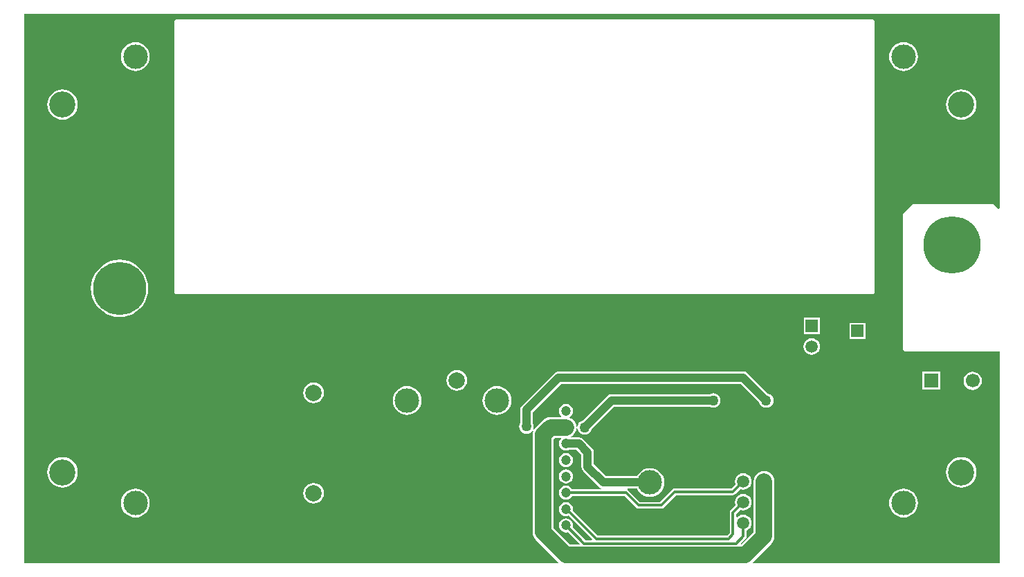
<source format=gbl>
%FSLAX25Y25*%
%MOIN*%
G70*
G01*
G75*
G04 Layer_Physical_Order=2*
G04 Layer_Color=16711680*
%ADD10R,0.05906X0.04331*%
%ADD11R,0.16142X0.10236*%
%ADD12C,0.07874*%
%ADD13C,0.03937*%
%ADD14C,0.03150*%
%ADD15C,0.01181*%
%ADD16R,0.41000X0.63000*%
%ADD17C,0.25590*%
%ADD18C,0.11811*%
%ADD19C,0.12598*%
%ADD20C,0.05906*%
%ADD21R,0.05906X0.05906*%
%ADD22C,0.06693*%
%ADD23R,0.06693X0.06693*%
%ADD24C,0.27559*%
%ADD25C,0.04724*%
%ADD26C,0.07874*%
%ADD27R,0.05906X0.05906*%
%ADD28C,0.05000*%
G36*
X471378Y172501D02*
X470916Y172309D01*
X468863Y174363D01*
X468467Y174627D01*
X468000Y174720D01*
X430000D01*
X429533Y174627D01*
X429137Y174363D01*
X425137Y170363D01*
X424873Y169967D01*
X424780Y169500D01*
Y105000D01*
X424873Y104533D01*
X425137Y104137D01*
X425533Y103873D01*
X426000Y103780D01*
X471000D01*
X471378Y103469D01*
Y1622D01*
X352817D01*
X352626Y2084D01*
X361521Y10979D01*
X361521Y10979D01*
X362313Y12010D01*
X362313Y12010D01*
X362313Y12010D01*
X362810Y13211D01*
X362980Y14500D01*
X362980Y14500D01*
Y21000D01*
X362980Y21000D01*
X362980Y21000D01*
Y21000D01*
Y31000D01*
Y41000D01*
X362810Y42289D01*
X362313Y43490D01*
X361521Y44521D01*
X360490Y45312D01*
X359289Y45810D01*
X358000Y45980D01*
X356711Y45810D01*
X355510Y45312D01*
X354479Y44521D01*
X353688Y43490D01*
X353190Y42289D01*
X353020Y41000D01*
Y31000D01*
Y21000D01*
X353020Y21000D01*
X353020D01*
Y16563D01*
X347236Y10779D01*
X346746Y10876D01*
X346707Y10969D01*
X349147Y13408D01*
X349498Y13935D01*
X349622Y14555D01*
X349622Y14555D01*
X349622Y14555D01*
Y14555D01*
Y17393D01*
X349993Y17547D01*
X350819Y18181D01*
X351453Y19007D01*
X351851Y19968D01*
X351987Y21000D01*
X351851Y22032D01*
X351453Y22993D01*
X350819Y23819D01*
X349993Y24453D01*
X349032Y24851D01*
X348000Y24987D01*
X346968Y24851D01*
X346007Y24453D01*
X345181Y23819D01*
X345095Y23708D01*
X344622Y23868D01*
Y25328D01*
X346596Y27303D01*
X346968Y27149D01*
X348000Y27013D01*
X349032Y27149D01*
X349993Y27547D01*
X350819Y28181D01*
X351453Y29007D01*
X351851Y29968D01*
X351987Y31000D01*
X351851Y32032D01*
X351453Y32993D01*
X350819Y33819D01*
X349993Y34453D01*
X349032Y34851D01*
X348000Y34987D01*
X346968Y34851D01*
X346007Y34453D01*
X345181Y33819D01*
X344547Y32993D01*
X344149Y32032D01*
X344013Y31000D01*
X344149Y29968D01*
X344303Y29596D01*
X341853Y27147D01*
X341502Y26621D01*
X341378Y26000D01*
Y16172D01*
X340065Y14858D01*
X277936D01*
X265863Y26931D01*
X265966Y27716D01*
X265850Y28594D01*
X265512Y29412D01*
X264973Y30114D01*
X264270Y30653D01*
X263453Y30992D01*
X262575Y31108D01*
X261697Y30992D01*
X260879Y30653D01*
X260177Y30114D01*
X259638Y29412D01*
X259299Y28594D01*
X259184Y27716D01*
X259299Y26839D01*
X259638Y26021D01*
X260177Y25319D01*
X260879Y24780D01*
X261697Y24441D01*
X262575Y24325D01*
X263453Y24441D01*
X263674Y24533D01*
X275068Y13139D01*
X274876Y12677D01*
X272034D01*
X265820Y18891D01*
X265850Y18965D01*
X265966Y19842D01*
X265850Y20720D01*
X265512Y21538D01*
X264973Y22241D01*
X264270Y22779D01*
X263453Y23118D01*
X262575Y23234D01*
X261697Y23118D01*
X260879Y22779D01*
X260177Y22241D01*
X259638Y21538D01*
X259299Y20720D01*
X259184Y19842D01*
X259299Y18965D01*
X259638Y18147D01*
X260177Y17445D01*
X260879Y16906D01*
X261697Y16567D01*
X262575Y16451D01*
X263453Y16567D01*
X263526Y16598D01*
X269155Y10969D01*
X268963Y10507D01*
X264563D01*
X256480Y18590D01*
Y61437D01*
X257149Y62107D01*
X260046D01*
X260207Y61633D01*
X260177Y61611D01*
X259638Y60908D01*
X259299Y60090D01*
X259184Y59213D01*
X259299Y58335D01*
X259638Y57517D01*
X260177Y56815D01*
X260879Y56276D01*
X261697Y55937D01*
X262575Y55821D01*
X263453Y55937D01*
X264132Y56218D01*
X267547D01*
X270006Y53760D01*
Y48000D01*
X270108Y47225D01*
X270196Y47014D01*
X270407Y46503D01*
X270883Y45883D01*
X278383Y38383D01*
X279003Y37907D01*
X279302Y37783D01*
X279496Y37703D01*
X279399Y37212D01*
X265542D01*
X265512Y37286D01*
X264973Y37988D01*
X264270Y38527D01*
X263453Y38866D01*
X262575Y38982D01*
X261697Y38866D01*
X260879Y38527D01*
X260177Y37988D01*
X259638Y37286D01*
X259299Y36468D01*
X259184Y35591D01*
X259299Y34713D01*
X259638Y33895D01*
X260177Y33193D01*
X260879Y32654D01*
X261697Y32315D01*
X262575Y32199D01*
X263453Y32315D01*
X264270Y32654D01*
X264973Y33193D01*
X265512Y33895D01*
X265542Y33969D01*
X290738D01*
X296353Y28353D01*
X296879Y28002D01*
X297500Y27878D01*
X308500D01*
X309121Y28002D01*
X309647Y28353D01*
X309647Y28353D01*
X309647Y28353D01*
X315672Y34378D01*
X343000D01*
X343621Y34502D01*
X344147Y34853D01*
X344147Y34853D01*
X344147Y34853D01*
X346596Y37303D01*
X346968Y37149D01*
X348000Y37013D01*
X349032Y37149D01*
X349993Y37547D01*
X350819Y38181D01*
X351453Y39007D01*
X351851Y39968D01*
X351987Y41000D01*
X351851Y42032D01*
X351453Y42993D01*
X350819Y43819D01*
X349993Y44453D01*
X349032Y44851D01*
X348000Y44987D01*
X346968Y44851D01*
X346007Y44453D01*
X345181Y43819D01*
X344547Y42993D01*
X344149Y42032D01*
X344013Y41000D01*
X344149Y39968D01*
X344303Y39596D01*
X342328Y37622D01*
X315000D01*
X314379Y37498D01*
X313853Y37147D01*
X307828Y31122D01*
X298172D01*
X292556Y36737D01*
X292122Y37027D01*
X292267Y37506D01*
X296770D01*
X297231Y36645D01*
X298093Y35593D01*
X299145Y34730D01*
X300345Y34089D01*
X301646Y33694D01*
X303000Y33561D01*
X304354Y33694D01*
X305655Y34089D01*
X306855Y34730D01*
X307907Y35593D01*
X308769Y36645D01*
X309411Y37845D01*
X309806Y39146D01*
X309939Y40500D01*
X309806Y41854D01*
X309411Y43155D01*
X308769Y44355D01*
X307907Y45407D01*
X306855Y46270D01*
X305655Y46911D01*
X304354Y47306D01*
X303000Y47439D01*
X301646Y47306D01*
X300345Y46911D01*
X299145Y46270D01*
X298093Y45407D01*
X297231Y44355D01*
X296770Y43494D01*
X281740D01*
X275994Y49240D01*
Y55000D01*
X275892Y55775D01*
X275804Y55986D01*
X275593Y56497D01*
X275117Y57117D01*
X270905Y61330D01*
X270285Y61806D01*
X269774Y62017D01*
X269562Y62105D01*
X268787Y62207D01*
X264976D01*
X264879Y62697D01*
X265065Y62774D01*
X266096Y63565D01*
X266887Y64597D01*
X267385Y65798D01*
X267506Y66722D01*
X268006D01*
X268090Y66086D01*
X268443Y65235D01*
X269004Y64504D01*
X269735Y63943D01*
X270586Y63590D01*
X271500Y63470D01*
X272414Y63590D01*
X273265Y63943D01*
X273996Y64504D01*
X274557Y65235D01*
X274910Y66086D01*
X274923Y66189D01*
X285740Y77006D01*
X331653D01*
X331735Y76943D01*
X332586Y76590D01*
X333500Y76470D01*
X334414Y76590D01*
X335265Y76943D01*
X335996Y77504D01*
X336557Y78235D01*
X336910Y79086D01*
X337030Y80000D01*
X336910Y80914D01*
X336557Y81765D01*
X335996Y82496D01*
X335265Y83057D01*
X334414Y83410D01*
X333500Y83530D01*
X332586Y83410D01*
X331735Y83057D01*
X331653Y82994D01*
X284500D01*
X283725Y82892D01*
X283514Y82805D01*
X283003Y82593D01*
X282383Y82117D01*
X270689Y70423D01*
X270586Y70410D01*
X269735Y70057D01*
X269004Y69496D01*
X268443Y68765D01*
X268090Y67914D01*
X268018Y67365D01*
X267518D01*
X267385Y68375D01*
X266887Y69576D01*
X266096Y70608D01*
X265065Y71399D01*
X264270Y71728D01*
Y72024D01*
X264973Y72563D01*
X265512Y73265D01*
X265850Y74083D01*
X265966Y74961D01*
X265850Y75838D01*
X265512Y76656D01*
X264973Y77359D01*
X264270Y77898D01*
X263453Y78236D01*
X262575Y78352D01*
X261697Y78236D01*
X260879Y77898D01*
X260177Y77359D01*
X259638Y76656D01*
X259299Y75838D01*
X259184Y74961D01*
X259299Y74083D01*
X259638Y73265D01*
X260177Y72563D01*
X260207Y72540D01*
X260046Y72066D01*
X255087D01*
X255087Y72066D01*
X253798Y71897D01*
X252597Y71399D01*
X251566Y70608D01*
X251566Y70608D01*
X247979Y67021D01*
X247213Y66023D01*
X246780Y66273D01*
X246910Y66586D01*
X247030Y67500D01*
X246910Y68414D01*
X246557Y69265D01*
X246494Y69347D01*
Y74260D01*
X260240Y88006D01*
X346760D01*
X355577Y79189D01*
X355590Y79086D01*
X355943Y78235D01*
X356504Y77504D01*
X357235Y76943D01*
X358086Y76590D01*
X359000Y76470D01*
X359914Y76590D01*
X360765Y76943D01*
X361496Y77504D01*
X362057Y78235D01*
X362410Y79086D01*
X362530Y80000D01*
X362410Y80914D01*
X362057Y81765D01*
X361496Y82496D01*
X360765Y83057D01*
X359914Y83410D01*
X359811Y83423D01*
X350117Y93117D01*
X349497Y93593D01*
X348986Y93805D01*
X348775Y93892D01*
X348000Y93994D01*
X259000D01*
X258225Y93892D01*
X257802Y93717D01*
X257503Y93593D01*
X256883Y93117D01*
X241383Y77617D01*
X240907Y76997D01*
X240696Y76486D01*
X240608Y76275D01*
X240506Y75500D01*
Y69347D01*
X240443Y69265D01*
X240090Y68414D01*
X239970Y67500D01*
X240090Y66586D01*
X240443Y65735D01*
X241004Y65004D01*
X241735Y64443D01*
X242586Y64090D01*
X243500Y63970D01*
X244414Y64090D01*
X245265Y64443D01*
X245996Y65004D01*
X246532Y65701D01*
X246965Y65451D01*
X246690Y64789D01*
X246520Y63500D01*
X246520Y63500D01*
Y16528D01*
X246520Y16528D01*
X246690Y15239D01*
X247187Y14038D01*
X247979Y13006D01*
X258902Y2084D01*
X258710Y1622D01*
X1622D01*
Y266378D01*
X471378D01*
Y172501D01*
D02*
G37*
%LPC*%
G36*
X186000Y86939D02*
X184646Y86806D01*
X183345Y86411D01*
X182145Y85769D01*
X181093Y84907D01*
X180230Y83855D01*
X179589Y82655D01*
X179194Y81354D01*
X179061Y80000D01*
X179194Y78646D01*
X179589Y77345D01*
X180230Y76145D01*
X181093Y75093D01*
X182145Y74230D01*
X183345Y73589D01*
X184646Y73194D01*
X186000Y73061D01*
X187354Y73194D01*
X188655Y73589D01*
X189855Y74230D01*
X190907Y75093D01*
X191770Y76145D01*
X192411Y77345D01*
X192806Y78646D01*
X192939Y80000D01*
X192806Y81354D01*
X192411Y82655D01*
X191770Y83855D01*
X190907Y84907D01*
X189855Y85769D01*
X188655Y86411D01*
X187354Y86806D01*
X186000Y86939D01*
D02*
G37*
G36*
X262575Y54730D02*
X261697Y54614D01*
X260879Y54276D01*
X260177Y53737D01*
X259638Y53034D01*
X259299Y52216D01*
X259184Y51339D01*
X259299Y50461D01*
X259638Y49643D01*
X260177Y48941D01*
X260879Y48402D01*
X261697Y48063D01*
X262575Y47947D01*
X263453Y48063D01*
X264270Y48402D01*
X264973Y48941D01*
X265512Y49643D01*
X265850Y50461D01*
X265966Y51339D01*
X265850Y52216D01*
X265512Y53034D01*
X264973Y53737D01*
X264270Y54276D01*
X263453Y54614D01*
X262575Y54730D01*
D02*
G37*
G36*
X210016Y94704D02*
X208727Y94534D01*
X207526Y94037D01*
X206495Y93246D01*
X205703Y92214D01*
X205206Y91013D01*
X205036Y89724D01*
X205206Y88436D01*
X205703Y87235D01*
X206495Y86203D01*
X207526Y85412D01*
X208727Y84914D01*
X210016Y84745D01*
X211305Y84914D01*
X212506Y85412D01*
X213537Y86203D01*
X214328Y87235D01*
X214826Y88436D01*
X214995Y89724D01*
X214826Y91013D01*
X214328Y92214D01*
X213537Y93246D01*
X212506Y94037D01*
X211305Y94534D01*
X210016Y94704D01*
D02*
G37*
G36*
X140961Y88720D02*
X139672Y88550D01*
X138471Y88053D01*
X137440Y87261D01*
X136648Y86230D01*
X136151Y85029D01*
X135981Y83740D01*
X136151Y82451D01*
X136648Y81250D01*
X137440Y80219D01*
X138471Y79428D01*
X139672Y78930D01*
X140961Y78760D01*
X142250Y78930D01*
X143450Y79428D01*
X144482Y80219D01*
X145273Y81250D01*
X145771Y82451D01*
X145940Y83740D01*
X145771Y85029D01*
X145273Y86230D01*
X144482Y87261D01*
X143450Y88053D01*
X142250Y88550D01*
X140961Y88720D01*
D02*
G37*
G36*
X229307Y86939D02*
X227953Y86806D01*
X226652Y86411D01*
X225452Y85769D01*
X224400Y84907D01*
X223538Y83855D01*
X222896Y82655D01*
X222501Y81354D01*
X222368Y80000D01*
X222501Y78646D01*
X222896Y77345D01*
X223538Y76145D01*
X224400Y75093D01*
X225452Y74230D01*
X226652Y73589D01*
X227953Y73194D01*
X229307Y73061D01*
X230661Y73194D01*
X231962Y73589D01*
X233162Y74230D01*
X234214Y75093D01*
X235077Y76145D01*
X235718Y77345D01*
X236113Y78646D01*
X236246Y80000D01*
X236113Y81354D01*
X235718Y82655D01*
X235077Y83855D01*
X234214Y84907D01*
X233162Y85769D01*
X231962Y86411D01*
X230661Y86806D01*
X229307Y86939D01*
D02*
G37*
G36*
X262575Y46856D02*
X261697Y46740D01*
X260879Y46401D01*
X260177Y45862D01*
X259638Y45160D01*
X259299Y44342D01*
X259184Y43465D01*
X259299Y42587D01*
X259638Y41769D01*
X260177Y41067D01*
X260879Y40528D01*
X261697Y40189D01*
X262575Y40073D01*
X263453Y40189D01*
X264270Y40528D01*
X264973Y41067D01*
X265512Y41769D01*
X265850Y42587D01*
X265966Y43465D01*
X265850Y44342D01*
X265512Y45160D01*
X264973Y45862D01*
X264270Y46401D01*
X263453Y46740D01*
X262575Y46856D01*
D02*
G37*
G36*
X425160Y37546D02*
X423806Y37413D01*
X422504Y37018D01*
X421305Y36377D01*
X420253Y35514D01*
X419390Y34462D01*
X418749Y33263D01*
X418354Y31961D01*
X418221Y30607D01*
X418354Y29254D01*
X418749Y27952D01*
X419390Y26752D01*
X420253Y25701D01*
X421305Y24838D01*
X422504Y24196D01*
X423806Y23802D01*
X425160Y23668D01*
X426513Y23802D01*
X427815Y24196D01*
X429015Y24838D01*
X430066Y25701D01*
X430929Y26752D01*
X431570Y27952D01*
X431965Y29254D01*
X432099Y30607D01*
X431965Y31961D01*
X431570Y33263D01*
X430929Y34462D01*
X430066Y35514D01*
X429015Y36377D01*
X427815Y37018D01*
X426513Y37413D01*
X425160Y37546D01*
D02*
G37*
G36*
X55081D02*
X53727Y37413D01*
X52425Y37018D01*
X51226Y36377D01*
X50174Y35514D01*
X49311Y34462D01*
X48670Y33263D01*
X48275Y31961D01*
X48142Y30607D01*
X48275Y29254D01*
X48670Y27952D01*
X49311Y26752D01*
X50174Y25701D01*
X51226Y24838D01*
X52425Y24196D01*
X53727Y23802D01*
X55081Y23668D01*
X56435Y23802D01*
X57736Y24196D01*
X58936Y24838D01*
X59987Y25701D01*
X60850Y26752D01*
X61492Y27952D01*
X61887Y29254D01*
X62020Y30607D01*
X61887Y31961D01*
X61492Y33263D01*
X60850Y34462D01*
X59987Y35514D01*
X58936Y36377D01*
X57736Y37018D01*
X56435Y37413D01*
X55081Y37546D01*
D02*
G37*
G36*
X140961Y40295D02*
X139672Y40125D01*
X138471Y39627D01*
X137440Y38836D01*
X136648Y37805D01*
X136151Y36604D01*
X135981Y35315D01*
X136151Y34026D01*
X136648Y32825D01*
X137440Y31794D01*
X138471Y31003D01*
X139672Y30505D01*
X140961Y30335D01*
X142250Y30505D01*
X143450Y31003D01*
X144482Y31794D01*
X145273Y32825D01*
X145771Y34026D01*
X145940Y35315D01*
X145771Y36604D01*
X145273Y37805D01*
X144482Y38836D01*
X143450Y39627D01*
X142250Y40125D01*
X140961Y40295D01*
D02*
G37*
G36*
X453035Y52752D02*
X451605Y52611D01*
X450229Y52193D01*
X448961Y51516D01*
X447849Y50604D01*
X446937Y49492D01*
X446259Y48224D01*
X445842Y46848D01*
X445701Y45417D01*
X445842Y43986D01*
X446259Y42610D01*
X446937Y41342D01*
X447849Y40231D01*
X448961Y39319D01*
X450229Y38641D01*
X451605Y38224D01*
X453035Y38083D01*
X454466Y38224D01*
X455842Y38641D01*
X457110Y39319D01*
X458222Y40231D01*
X459134Y41342D01*
X459812Y42610D01*
X460229Y43986D01*
X460370Y45417D01*
X460229Y46848D01*
X459812Y48224D01*
X459134Y49492D01*
X458222Y50604D01*
X457110Y51516D01*
X455842Y52193D01*
X454466Y52611D01*
X453035Y52752D01*
D02*
G37*
G36*
X19965D02*
X18534Y52611D01*
X17158Y52193D01*
X15890Y51516D01*
X14778Y50604D01*
X13866Y49492D01*
X13188Y48224D01*
X12771Y46848D01*
X12630Y45417D01*
X12771Y43986D01*
X13188Y42610D01*
X13866Y41342D01*
X14778Y40231D01*
X15890Y39319D01*
X17158Y38641D01*
X18534Y38224D01*
X19965Y38083D01*
X21396Y38224D01*
X22771Y38641D01*
X24039Y39319D01*
X25151Y40231D01*
X26063Y41342D01*
X26741Y42610D01*
X27158Y43986D01*
X27299Y45417D01*
X27158Y46848D01*
X26741Y48224D01*
X26063Y49492D01*
X25151Y50604D01*
X24039Y51516D01*
X22771Y52193D01*
X21396Y52611D01*
X19965Y52752D01*
D02*
G37*
G36*
Y229917D02*
X18534Y229776D01*
X17158Y229359D01*
X15890Y228681D01*
X14778Y227769D01*
X13866Y226658D01*
X13188Y225390D01*
X12771Y224014D01*
X12630Y222583D01*
X12771Y221152D01*
X13188Y219776D01*
X13866Y218508D01*
X14778Y217396D01*
X15890Y216484D01*
X17158Y215807D01*
X18534Y215389D01*
X19965Y215248D01*
X21396Y215389D01*
X22771Y215807D01*
X24039Y216484D01*
X25151Y217396D01*
X26063Y218508D01*
X26741Y219776D01*
X27158Y221152D01*
X27299Y222583D01*
X27158Y224014D01*
X26741Y225390D01*
X26063Y226658D01*
X25151Y227769D01*
X24039Y228681D01*
X22771Y229359D01*
X21396Y229776D01*
X19965Y229917D01*
D02*
G37*
G36*
X410000Y263720D02*
X75000D01*
X74533Y263627D01*
X74137Y263363D01*
X73873Y262967D01*
X73780Y262500D01*
Y132500D01*
X73873Y132033D01*
X74137Y131637D01*
X74533Y131373D01*
X75000Y131280D01*
X410000D01*
X410467Y131373D01*
X410863Y131637D01*
X411127Y132033D01*
X411220Y132500D01*
X411220Y132500D01*
X411220Y132500D01*
Y132500D01*
Y262500D01*
X411127Y262967D01*
X410863Y263363D01*
X410467Y263627D01*
X410000Y263720D01*
D02*
G37*
G36*
X453035Y229917D02*
X451605Y229776D01*
X450229Y229359D01*
X448961Y228681D01*
X447849Y227769D01*
X446937Y226658D01*
X446259Y225390D01*
X445842Y224014D01*
X445701Y222583D01*
X445842Y221152D01*
X446259Y219776D01*
X446937Y218508D01*
X447849Y217396D01*
X448961Y216484D01*
X450229Y215807D01*
X451605Y215389D01*
X453035Y215248D01*
X454466Y215389D01*
X455842Y215807D01*
X457110Y216484D01*
X458222Y217396D01*
X459134Y218508D01*
X459812Y219776D01*
X460229Y221152D01*
X460370Y222583D01*
X460229Y224014D01*
X459812Y225390D01*
X459134Y226658D01*
X458222Y227769D01*
X457110Y228681D01*
X455842Y229359D01*
X454466Y229776D01*
X453035Y229917D01*
D02*
G37*
G36*
X425160Y252660D02*
X423806Y252527D01*
X422504Y252132D01*
X421305Y251491D01*
X420253Y250628D01*
X419390Y249576D01*
X418749Y248377D01*
X418354Y247075D01*
X418221Y245721D01*
X418354Y244368D01*
X418749Y243066D01*
X419390Y241866D01*
X420253Y240815D01*
X421305Y239952D01*
X422504Y239311D01*
X423806Y238916D01*
X425160Y238782D01*
X426513Y238916D01*
X427815Y239311D01*
X429015Y239952D01*
X430066Y240815D01*
X430929Y241866D01*
X431570Y243066D01*
X431965Y244368D01*
X432099Y245721D01*
X431965Y247075D01*
X431570Y248377D01*
X430929Y249576D01*
X430066Y250628D01*
X429015Y251491D01*
X427815Y252132D01*
X426513Y252527D01*
X425160Y252660D01*
D02*
G37*
G36*
X55081D02*
X53727Y252527D01*
X52425Y252132D01*
X51226Y251491D01*
X50174Y250628D01*
X49311Y249576D01*
X48670Y248377D01*
X48275Y247075D01*
X48142Y245721D01*
X48275Y244368D01*
X48670Y243066D01*
X49311Y241866D01*
X50174Y240815D01*
X51226Y239952D01*
X52425Y239311D01*
X53727Y238916D01*
X55081Y238782D01*
X56435Y238916D01*
X57736Y239311D01*
X58936Y239952D01*
X59987Y240815D01*
X60850Y241866D01*
X61492Y243066D01*
X61887Y244368D01*
X62020Y245721D01*
X61887Y247075D01*
X61492Y248377D01*
X60850Y249576D01*
X59987Y250628D01*
X58936Y251491D01*
X57736Y252132D01*
X56435Y252527D01*
X55081Y252660D01*
D02*
G37*
G36*
X47524Y147838D02*
X45359Y147668D01*
X43248Y147161D01*
X41241Y146330D01*
X39390Y145195D01*
X37739Y143785D01*
X36329Y142134D01*
X35194Y140282D01*
X34363Y138276D01*
X33856Y136165D01*
X33686Y134000D01*
X33856Y131835D01*
X34363Y129724D01*
X35194Y127718D01*
X36329Y125866D01*
X37739Y124215D01*
X39390Y122805D01*
X41241Y121670D01*
X43248Y120839D01*
X45359Y120332D01*
X47524Y120162D01*
X49688Y120332D01*
X51800Y120839D01*
X53806Y121670D01*
X55657Y122805D01*
X57309Y124215D01*
X58719Y125866D01*
X59853Y127718D01*
X60684Y129724D01*
X61191Y131835D01*
X61361Y134000D01*
X61191Y136165D01*
X60684Y138276D01*
X59853Y140282D01*
X58719Y142134D01*
X57309Y143785D01*
X55657Y145195D01*
X53806Y146330D01*
X51800Y147161D01*
X49688Y147668D01*
X47524Y147838D01*
D02*
G37*
G36*
X442846Y93846D02*
X434154D01*
Y85154D01*
X442846D01*
Y93846D01*
D02*
G37*
G36*
X458500Y93884D02*
X457365Y93735D01*
X456308Y93297D01*
X455400Y92600D01*
X454703Y91692D01*
X454265Y90635D01*
X454116Y89500D01*
X454265Y88365D01*
X454703Y87308D01*
X455400Y86400D01*
X456308Y85703D01*
X457365Y85265D01*
X458500Y85116D01*
X459635Y85265D01*
X460692Y85703D01*
X461600Y86400D01*
X462297Y87308D01*
X462735Y88365D01*
X462884Y89500D01*
X462735Y90635D01*
X462297Y91692D01*
X461600Y92600D01*
X460692Y93297D01*
X459635Y93735D01*
X458500Y93884D01*
D02*
G37*
G36*
X381000Y109987D02*
X379968Y109851D01*
X379007Y109453D01*
X378181Y108819D01*
X377547Y107993D01*
X377149Y107032D01*
X377013Y106000D01*
X377149Y104968D01*
X377547Y104007D01*
X378181Y103181D01*
X379007Y102547D01*
X379968Y102149D01*
X381000Y102013D01*
X382032Y102149D01*
X382993Y102547D01*
X383819Y103181D01*
X384453Y104007D01*
X384851Y104968D01*
X384987Y106000D01*
X384851Y107032D01*
X384453Y107993D01*
X383819Y108819D01*
X382993Y109453D01*
X382032Y109851D01*
X381000Y109987D01*
D02*
G37*
G36*
X384953Y119953D02*
X377047D01*
Y112047D01*
X384953D01*
Y119953D01*
D02*
G37*
G36*
X406953Y117453D02*
X399047D01*
Y109547D01*
X406953D01*
Y117453D01*
D02*
G37*
%LPD*%
D12*
X262500Y5528D02*
X349028D01*
X251500Y16528D02*
X262500Y5528D01*
X251500Y16528D02*
Y63500D01*
X255087Y67087D01*
X262575D01*
X349028Y5528D02*
X358000Y14500D01*
Y21000D01*
Y31000D01*
Y41000D01*
D13*
X280500Y40500D02*
X303000D01*
X273000Y48000D02*
X280500Y40500D01*
X273000Y48000D02*
Y55000D01*
X268787Y59213D02*
X273000Y55000D01*
X262575Y59213D02*
X268787D01*
X271500Y67000D02*
X284500Y80000D01*
X333500D01*
X243500Y67500D02*
Y75500D01*
X259000Y91000D01*
X348000D01*
X359000Y80000D01*
D15*
X348000Y14555D02*
Y21000D01*
X344500Y11055D02*
X348000Y14555D01*
X343000Y26000D02*
X348000Y31000D01*
X343000Y15500D02*
Y26000D01*
X340736Y13236D02*
X343000Y15500D01*
X262575Y27716D02*
X262784D01*
X262575Y19842D02*
X271362Y11055D01*
X344500D01*
X262784Y27716D02*
X277264Y13236D01*
X340736D01*
X343000Y36000D02*
X348000Y41000D01*
X262575Y35591D02*
X291409D01*
X315000Y36000D02*
X343000D01*
X291409Y35591D02*
X297500Y29500D01*
X308500D01*
X315000Y36000D01*
D17*
X47524Y134000D02*
D03*
D18*
X425160Y245721D02*
D03*
Y30607D02*
D03*
X55081Y245721D02*
D03*
Y30607D02*
D03*
X229307Y80000D02*
D03*
X186000D02*
D03*
X285992Y23492D02*
D03*
X320008Y57508D02*
D03*
Y23492D02*
D03*
X285992Y57508D02*
D03*
X303000Y40500D02*
D03*
D19*
X453035Y222583D02*
D03*
Y45417D02*
D03*
X19965Y222583D02*
D03*
Y45417D02*
D03*
D20*
X381000Y96000D02*
D03*
Y106000D02*
D03*
X348000Y41000D02*
D03*
X338000Y31000D02*
D03*
X348000D02*
D03*
X338000Y21000D02*
D03*
X348000D02*
D03*
X358000D02*
D03*
Y31000D02*
D03*
Y41000D02*
D03*
X413000Y113500D02*
D03*
D21*
X381000Y116000D02*
D03*
X338000Y41000D02*
D03*
D22*
X458500Y89500D02*
D03*
X448500D02*
D03*
D23*
X438500D02*
D03*
D24*
X448400Y155100D02*
D03*
D25*
X262575Y19842D02*
D03*
Y27716D02*
D03*
Y35591D02*
D03*
Y43465D02*
D03*
Y51339D02*
D03*
Y59213D02*
D03*
Y67087D02*
D03*
Y74961D02*
D03*
Y82835D02*
D03*
D26*
X210016Y89724D02*
D03*
X140961Y35315D02*
D03*
Y83740D02*
D03*
D27*
X403000Y113500D02*
D03*
D28*
X271500Y67000D02*
D03*
X333500Y80000D02*
D03*
X243500Y67500D02*
D03*
X359000Y80000D02*
D03*
M02*

</source>
